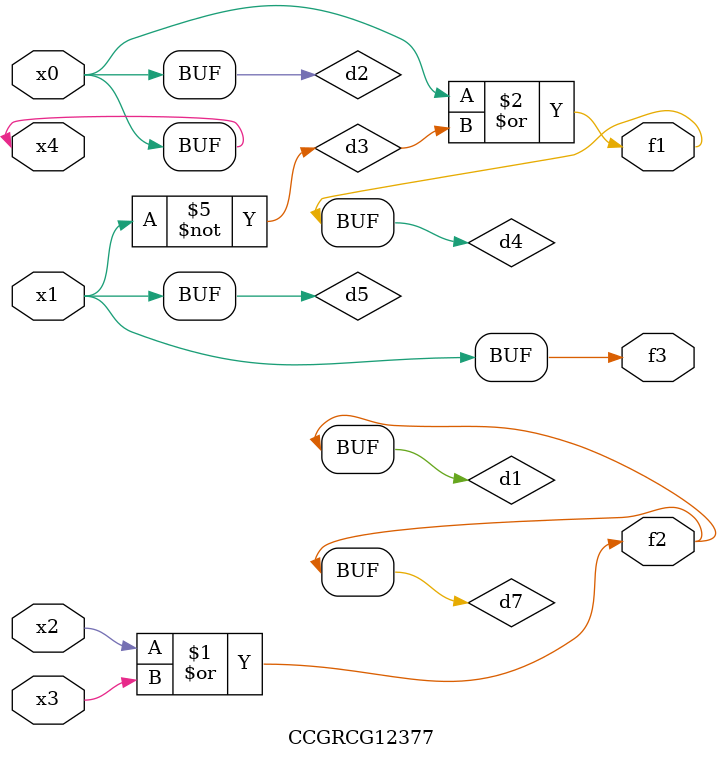
<source format=v>
module CCGRCG12377(
	input x0, x1, x2, x3, x4,
	output f1, f2, f3
);

	wire d1, d2, d3, d4, d5, d6, d7;

	or (d1, x2, x3);
	buf (d2, x0, x4);
	not (d3, x1);
	or (d4, d2, d3);
	not (d5, d3);
	nand (d6, d1, d3);
	or (d7, d1);
	assign f1 = d4;
	assign f2 = d7;
	assign f3 = d5;
endmodule

</source>
